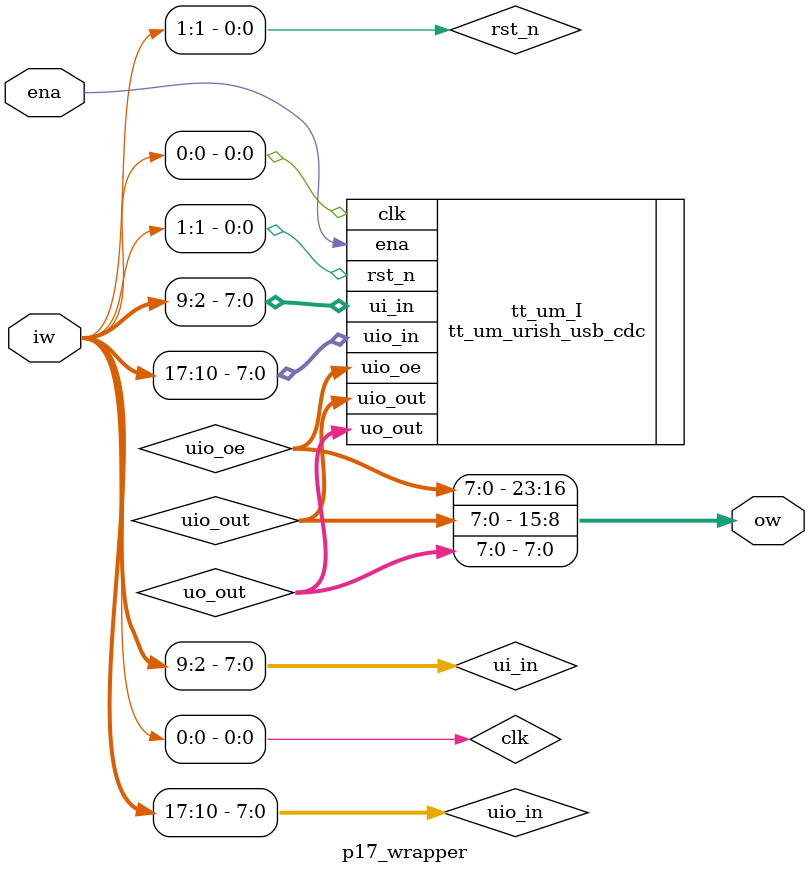
<source format=v>
`default_nettype none

module p17_wrapper (
  input wire ena,
  input wire [17:0] iw,
  output wire [23:0] ow
);

wire [7:0] uio_in;
wire [7:0] uio_out;
wire [7:0] uio_oe;
wire [7:0] uo_out;
wire [7:0] ui_in;
wire clk;
wire rst_n;

assign { uio_in, ui_in, rst_n, clk } = iw;
assign ow = { uio_oe, uio_out, uo_out };

tt_um_urish_usb_cdc tt_um_I (
  .uio_in  (uio_in),
  .uio_out (uio_out),
  .uio_oe  (uio_oe),
  .uo_out  (uo_out),
  .ui_in   (ui_in),
  .ena     (ena),
  .clk     (clk),
  .rst_n   (rst_n)
);

endmodule

</source>
